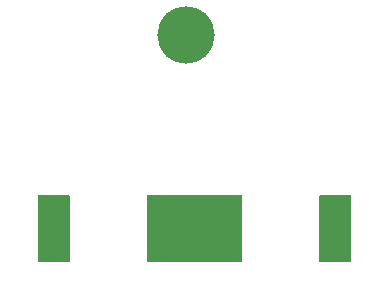
<source format=gbr>
G04 #@! TF.GenerationSoftware,KiCad,Pcbnew,(5.1.10)-1*
G04 #@! TF.CreationDate,2021-09-04T13:13:49-05:00*
G04 #@! TF.ProjectId,2b1,3262312e-6b69-4636-9164-5f7063625858,rev?*
G04 #@! TF.SameCoordinates,Original*
G04 #@! TF.FileFunction,Soldermask,Bot*
G04 #@! TF.FilePolarity,Negative*
%FSLAX46Y46*%
G04 Gerber Fmt 4.6, Leading zero omitted, Abs format (unit mm)*
G04 Created by KiCad (PCBNEW (5.1.10)-1) date 2021-09-04 13:13:49*
%MOMM*%
%LPD*%
G01*
G04 APERTURE LIST*
%ADD10C,4.852000*%
G04 APERTURE END LIST*
D10*
X143200000Y-66000000D03*
G36*
G01*
X130639000Y-85180000D02*
X130639000Y-79620000D01*
G75*
G02*
X130690000Y-79569000I51000J0D01*
G01*
X133290000Y-79569000D01*
G75*
G02*
X133341000Y-79620000I0J-51000D01*
G01*
X133341000Y-85180000D01*
G75*
G02*
X133290000Y-85231000I-51000J0D01*
G01*
X130690000Y-85231000D01*
G75*
G02*
X130639000Y-85180000I0J51000D01*
G01*
G37*
G36*
G01*
X154449000Y-85180000D02*
X154449000Y-79620000D01*
G75*
G02*
X154500000Y-79569000I51000J0D01*
G01*
X157100000Y-79569000D01*
G75*
G02*
X157151000Y-79620000I0J-51000D01*
G01*
X157151000Y-85180000D01*
G75*
G02*
X157100000Y-85231000I-51000J0D01*
G01*
X154500000Y-85231000D01*
G75*
G02*
X154449000Y-85180000I0J51000D01*
G01*
G37*
G36*
G01*
X139844000Y-85180001D02*
X139844000Y-79619999D01*
G75*
G02*
X139894999Y-79569000I50999J0D01*
G01*
X147895001Y-79569000D01*
G75*
G02*
X147946000Y-79619999I0J-50999D01*
G01*
X147946000Y-85180001D01*
G75*
G02*
X147895001Y-85231000I-50999J0D01*
G01*
X139894999Y-85231000D01*
G75*
G02*
X139844000Y-85180001I0J50999D01*
G01*
G37*
M02*

</source>
